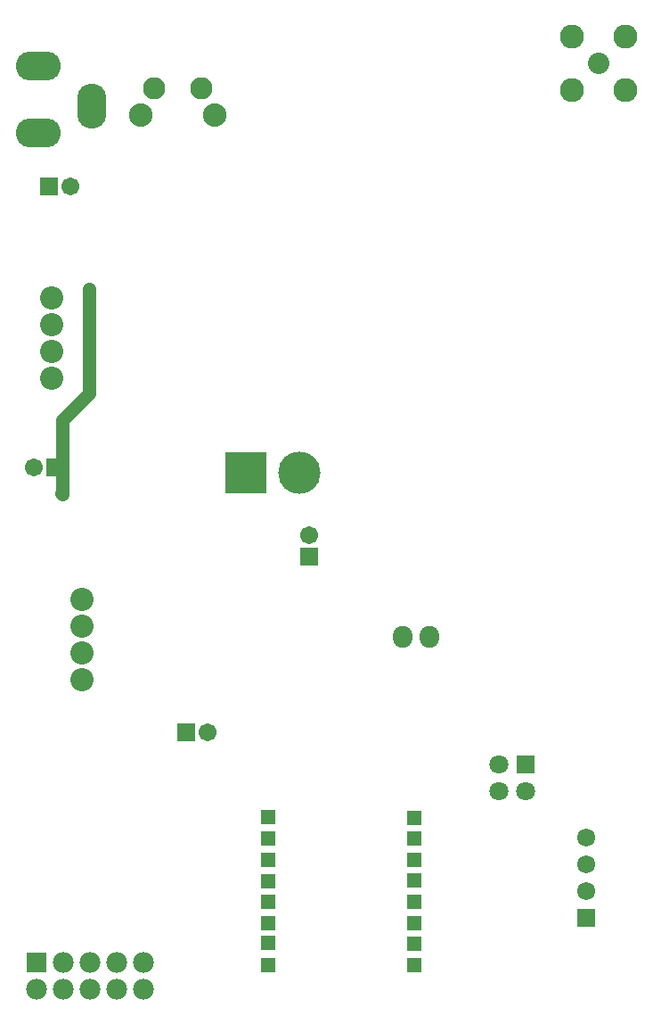
<source format=gbs>
G04*
G04 #@! TF.GenerationSoftware,Altium Limited,Altium Designer,20.1.12 (249)*
G04*
G04 Layer_Color=16711935*
%FSTAX24Y24*%
%MOIN*%
G70*
G04*
G04 #@! TF.SameCoordinates,6AE243D0-3920-4146-A994-36ACE33FB78E*
G04*
G04*
G04 #@! TF.FilePolarity,Negative*
G04*
G01*
G75*
%ADD39C,0.0500*%
%ADD61C,0.0900*%
%ADD62C,0.0800*%
%ADD63C,0.0671*%
%ADD64R,0.0671X0.0671*%
%ADD65R,0.0671X0.0671*%
%ADD66C,0.0867*%
%ADD67R,0.0678X0.0678*%
%ADD68C,0.0678*%
%ADD69C,0.0830*%
%ADD70C,0.0880*%
%ADD71O,0.0730X0.0830*%
%ADD72C,0.0780*%
%ADD73R,0.0780X0.0780*%
%ADD74R,0.1580X0.1580*%
%ADD75C,0.1580*%
%ADD76R,0.0580X0.0580*%
%ADD77C,0.0710*%
%ADD78R,0.0710X0.0710*%
%ADD79O,0.1080X0.1680*%
%ADD80O,0.1680X0.1080*%
D39*
X137191Y0291D02*
X137166Y029125D01*
X137191Y0291D02*
Y03185D01*
X138191Y03285D02*
X137191Y03185D01*
X138191Y03285D02*
Y03675D01*
D61*
X156261Y0442D02*
D03*
X158261D02*
D03*
Y0462D02*
D03*
X156261D02*
D03*
D62*
X157261Y0452D02*
D03*
D63*
X142635Y0202D02*
D03*
X137491Y0406D02*
D03*
X146441Y027562D02*
D03*
X136141Y0301D02*
D03*
D64*
X141847Y0202D02*
D03*
X136703Y0406D02*
D03*
X136928Y0301D02*
D03*
D65*
X146441Y026775D02*
D03*
D66*
X137941Y02315D02*
D03*
Y02515D02*
D03*
Y02215D02*
D03*
Y02415D02*
D03*
X136791Y034433D02*
D03*
Y036433D02*
D03*
Y033433D02*
D03*
X136791Y035433D02*
D03*
D67*
X156791Y01325D02*
D03*
D68*
Y01425D02*
D03*
Y01525D02*
D03*
Y01625D02*
D03*
D69*
X140641Y04425D02*
D03*
X142413D02*
D03*
D70*
X142905Y043266D02*
D03*
X140149D02*
D03*
D71*
X149941Y023778D02*
D03*
X150951D02*
D03*
D72*
X139241Y0106D02*
D03*
X136241Y0106D02*
D03*
X140241Y0116D02*
D03*
X140241Y0106D02*
D03*
X139241Y0116D02*
D03*
X138241Y0116D02*
D03*
X137241Y0116D02*
D03*
Y0106D02*
D03*
X138241Y0106D02*
D03*
D73*
X136241Y0116D02*
D03*
D74*
X14408Y0299D02*
D03*
D75*
X14608D02*
D03*
D76*
X150353Y01465D02*
D03*
Y01701D02*
D03*
Y01622D02*
D03*
Y01544D02*
D03*
Y01386D02*
D03*
Y01307D02*
D03*
Y01229D02*
D03*
Y0115D02*
D03*
X144891D02*
D03*
Y01702D02*
D03*
Y01622D02*
D03*
X144891Y01544D02*
D03*
X144891Y01464D02*
D03*
Y01387D02*
D03*
X144891Y01307D02*
D03*
Y01232D02*
D03*
D77*
X153541Y018D02*
D03*
Y019D02*
D03*
X154541Y018D02*
D03*
D78*
Y019D02*
D03*
D79*
X138291Y0436D02*
D03*
D80*
X136291Y0451D02*
D03*
Y0426D02*
D03*
M02*

</source>
